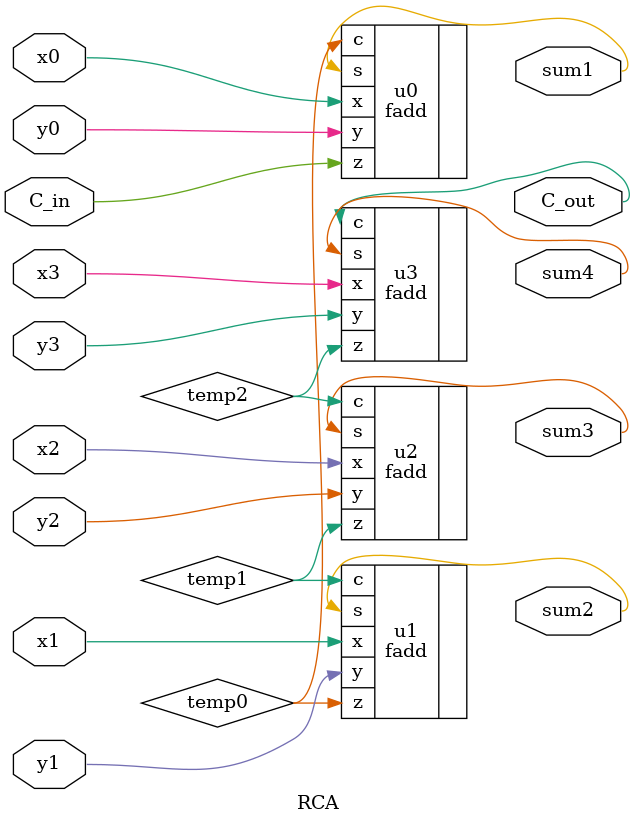
<source format=v>
module RCA(x0, y0, x1, y1, x2, y2, x3, y3, C_in, C_out, sum1, sum2, sum3, sum4);
input x0, y0, x1, y1, x2, y2, x3, y3, C_in;
output sum1, sum2, sum3, sum4, C_out;
wire temp0, temp1, temp2;
fadd u0(.x(x0), .y(y0), .z(C_in), .s(sum1), .c(temp0));
fadd u1(.x(x1), .y(y1), .z(temp0), .s(sum2), .c(temp1));
fadd u2(.x(x2), .y(y2), .z(temp1), .s(sum3), .c(temp2));
fadd u3(.x(x3), .y(y3), .z(temp2), .s(sum4), .c(C_out));
endmodule

</source>
